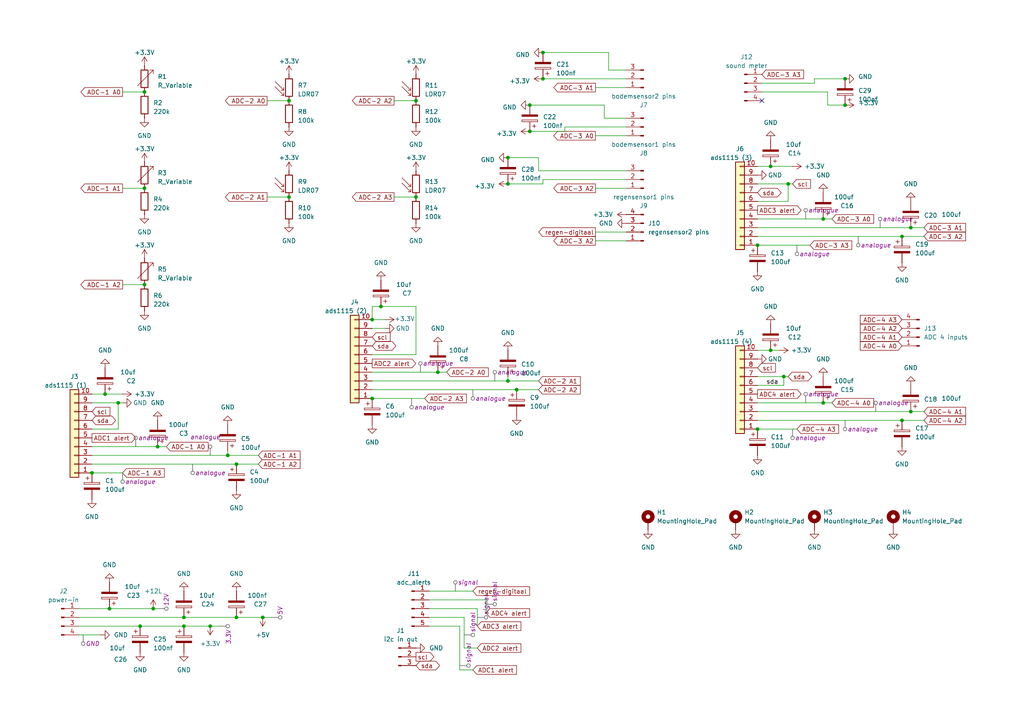
<source format=kicad_sch>
(kicad_sch (version 20231120) (generator "eeschema") (generator_version "8.0")
  (paper "A4")
  (junction (at 264.16 119.38))
  (junction (at 53.34 181.61))
  (junction (at 66.04 132.08))
  (junction (at 149.86 113.03))
  (junction (at 261.62 68.58))
  (junction (at 110.49 88.9))
  (junction (at 264.16 66.04))
  (junction (at 68.58 134.62))
  (junction (at 127 107.95))
  (junction (at 261.62 121.92))
  (junction (at 228.6 53.34))
  (junction (at 68.58 179.07))
  (junction (at 238.76 63.5))
  (junction (at 30.48 114.3))
  (junction (at 53.34 179.07))
  (junction (at 120.65 29.21))
  (junction (at 223.52 48.26))
  (junction (at 45.72 129.54))
  (junction (at 147.32 53.34))
  (junction (at 120.65 57.15))
  (junction (at 34.29 116.84))
  (junction (at 245.11 22.86))
  (junction (at 60.96 181.61))
  (junction (at 147.32 45.72))
  (junction (at 157.48 15.24))
  (junction (at 41.91 26.67))
  (junction (at 153.67 38.1))
  (junction (at 238.76 116.84))
  (junction (at 76.2 179.07))
  (junction (at 223.52 101.6))
  (junction (at 44.45 176.53))
  (junction (at 41.91 82.55))
  (junction (at 219.71 124.46))
  (junction (at 41.91 54.61))
  (junction (at 83.82 29.21))
  (junction (at 245.11 30.48))
  (junction (at 40.64 181.61))
  (junction (at 107.95 115.57))
  (junction (at 153.67 30.48))
  (junction (at 107.95 92.71))
  (junction (at 219.71 71.12))
  (junction (at 227.33 109.22))
  (junction (at 147.32 110.49))
  (junction (at 157.48 22.86))
  (junction (at 26.67 137.16))
  (junction (at 31.75 176.53))
  (junction (at 83.82 57.15))
  (no_connect (at 220.98 29.21))
  (wire (pts (xy 53.34 181.61) (xy 40.64 181.61)))
  (wire (pts (xy 219.71 116.84) (xy 238.76 116.84)))
  (wire (pts (xy 114.3 29.21) (xy 120.65 29.21)))
  (wire (pts (xy 29.21 184.15) (xy 22.86 184.15)))
  (wire (pts (xy 107.95 107.95) (xy 127 107.95)))
  (wire (pts (xy 133.35 194.31) (xy 133.35 181.61)))
  (wire (pts (xy 156.21 113.03) (xy 149.86 113.03)))
  (wire (pts (xy 219.71 58.42) (xy 228.6 58.42)))
  (wire (pts (xy 114.3 57.15) (xy 120.65 57.15)))
  (wire (pts (xy 228.6 53.34) (xy 219.71 53.34)))
  (wire (pts (xy 66.04 132.08) (xy 74.93 132.08)))
  (wire (pts (xy 176.53 20.32) (xy 181.61 20.32)))
  (wire (pts (xy 138.43 176.53) (xy 124.46 176.53)))
  (wire (pts (xy 31.75 176.53) (xy 22.86 176.53)))
  (wire (pts (xy 153.67 30.48) (xy 175.26 30.48)))
  (wire (pts (xy 157.48 22.86) (xy 181.61 22.86)))
  (wire (pts (xy 267.97 66.04) (xy 264.16 66.04)))
  (wire (pts (xy 172.72 69.85) (xy 181.61 69.85)))
  (wire (pts (xy 223.52 48.26) (xy 219.71 48.26)))
  (wire (pts (xy 77.47 57.15) (xy 83.82 57.15)))
  (wire (pts (xy 163.83 36.83) (xy 181.61 36.83)))
  (wire (pts (xy 134.62 187.96) (xy 134.62 179.07)))
  (wire (pts (xy 175.26 30.48) (xy 175.26 34.29)))
  (wire (pts (xy 147.32 45.72) (xy 156.21 45.72)))
  (wire (pts (xy 34.29 124.46) (xy 26.67 124.46)))
  (wire (pts (xy 140.97 177.8) (xy 140.97 173.99)))
  (wire (pts (xy 74.93 134.62) (xy 68.58 134.62)))
  (wire (pts (xy 175.26 34.29) (xy 181.61 34.29)))
  (wire (pts (xy 236.22 24.13) (xy 220.98 24.13)))
  (wire (pts (xy 238.76 63.5) (xy 241.3 63.5)))
  (wire (pts (xy 157.48 53.34) (xy 157.48 52.07)))
  (wire (pts (xy 137.16 171.45) (xy 124.46 171.45)))
  (wire (pts (xy 227.33 109.22) (xy 219.71 109.22)))
  (wire (pts (xy 149.86 113.03) (xy 107.95 113.03)))
  (wire (pts (xy 127 107.95) (xy 129.54 107.95)))
  (wire (pts (xy 107.95 88.9) (xy 107.95 92.71)))
  (wire (pts (xy 26.67 129.54) (xy 45.72 129.54)))
  (wire (pts (xy 264.16 66.04) (xy 219.71 66.04)))
  (wire (pts (xy 123.19 115.57) (xy 107.95 115.57)))
  (wire (pts (xy 111.76 95.25) (xy 107.95 95.25)))
  (wire (pts (xy 153.67 38.1) (xy 163.83 38.1)))
  (wire (pts (xy 120.65 102.87) (xy 120.65 88.9)))
  (wire (pts (xy 31.75 176.53) (xy 44.45 176.53)))
  (wire (pts (xy 138.43 187.96) (xy 134.62 187.96)))
  (wire (pts (xy 133.35 181.61) (xy 124.46 181.61)))
  (wire (pts (xy 137.16 194.31) (xy 133.35 194.31)))
  (wire (pts (xy 264.16 119.38) (xy 219.71 119.38)))
  (wire (pts (xy 77.47 29.21) (xy 83.82 29.21)))
  (wire (pts (xy 223.52 101.6) (xy 219.71 101.6)))
  (wire (pts (xy 267.97 121.92) (xy 261.62 121.92)))
  (wire (pts (xy 156.21 45.72) (xy 156.21 49.53)))
  (wire (pts (xy 134.62 179.07) (xy 124.46 179.07)))
  (wire (pts (xy 35.56 82.55) (xy 41.91 82.55)))
  (wire (pts (xy 45.72 129.54) (xy 48.26 129.54)))
  (wire (pts (xy 35.56 54.61) (xy 41.91 54.61)))
  (wire (pts (xy 227.33 111.76) (xy 227.33 109.22)))
  (wire (pts (xy 226.06 101.6) (xy 223.52 101.6)))
  (wire (pts (xy 68.58 179.07) (xy 53.34 179.07)))
  (wire (pts (xy 238.76 116.84) (xy 241.3 116.84)))
  (wire (pts (xy 245.11 22.86) (xy 236.22 22.86)))
  (wire (pts (xy 110.49 88.9) (xy 107.95 88.9)))
  (wire (pts (xy 261.62 121.92) (xy 219.71 121.92)))
  (wire (pts (xy 228.6 109.22) (xy 227.33 109.22)))
  (wire (pts (xy 34.29 116.84) (xy 26.67 116.84)))
  (wire (pts (xy 261.62 68.58) (xy 219.71 68.58)))
  (wire (pts (xy 140.97 173.99) (xy 124.46 173.99)))
  (wire (pts (xy 157.48 15.24) (xy 176.53 15.24)))
  (wire (pts (xy 267.97 68.58) (xy 261.62 68.58)))
  (wire (pts (xy 34.29 116.84) (xy 34.29 124.46)))
  (wire (pts (xy 76.2 179.07) (xy 78.74 179.07)))
  (wire (pts (xy 172.72 39.37) (xy 181.61 39.37)))
  (wire (pts (xy 172.72 54.61) (xy 181.61 54.61)))
  (wire (pts (xy 229.87 53.34) (xy 228.6 53.34)))
  (wire (pts (xy 219.71 63.5) (xy 238.76 63.5)))
  (wire (pts (xy 147.32 110.49) (xy 107.95 110.49)))
  (wire (pts (xy 240.03 30.48) (xy 245.11 30.48)))
  (wire (pts (xy 163.83 38.1) (xy 163.83 36.83)))
  (wire (pts (xy 229.87 48.26) (xy 223.52 48.26)))
  (wire (pts (xy 176.53 15.24) (xy 176.53 20.32)))
  (wire (pts (xy 157.48 52.07) (xy 181.61 52.07)))
  (wire (pts (xy 40.64 181.61) (xy 22.86 181.61)))
  (wire (pts (xy 220.98 26.67) (xy 240.03 26.67)))
  (wire (pts (xy 147.32 53.34) (xy 157.48 53.34)))
  (wire (pts (xy 138.43 181.61) (xy 138.43 176.53)))
  (wire (pts (xy 107.95 102.87) (xy 120.65 102.87)))
  (wire (pts (xy 66.04 130.81) (xy 66.04 132.08)))
  (wire (pts (xy 120.65 88.9) (xy 110.49 88.9)))
  (wire (pts (xy 35.56 26.67) (xy 41.91 26.67)))
  (wire (pts (xy 172.72 25.4) (xy 181.61 25.4)))
  (wire (pts (xy 53.34 179.07) (xy 22.86 179.07)))
  (wire (pts (xy 231.14 124.46) (xy 219.71 124.46)))
  (wire (pts (xy 44.45 176.53) (xy 45.72 176.53)))
  (wire (pts (xy 68.58 134.62) (xy 26.67 134.62)))
  (wire (pts (xy 35.56 137.16) (xy 26.67 137.16)))
  (wire (pts (xy 111.76 92.71) (xy 107.95 92.71)))
  (wire (pts (xy 35.56 114.3) (xy 30.48 114.3)))
  (wire (pts (xy 219.71 111.76) (xy 227.33 111.76)))
  (wire (pts (xy 26.67 132.08) (xy 66.04 132.08)))
  (wire (pts (xy 60.96 181.61) (xy 63.5 181.61)))
  (wire (pts (xy 53.34 181.61) (xy 60.96 181.61)))
  (wire (pts (xy 147.32 109.22) (xy 147.32 110.49)))
  (wire (pts (xy 30.48 114.3) (xy 26.67 114.3)))
  (wire (pts (xy 228.6 58.42) (xy 228.6 53.34)))
  (wire (pts (xy 240.03 26.67) (xy 240.03 30.48)))
  (wire (pts (xy 35.56 116.84) (xy 34.29 116.84)))
  (wire (pts (xy 156.21 49.53) (xy 181.61 49.53)))
  (wire (pts (xy 147.32 110.49) (xy 156.21 110.49)))
  (wire (pts (xy 172.72 67.31) (xy 181.61 67.31)))
  (wire (pts (xy 267.97 119.38) (xy 264.16 119.38)))
  (wire (pts (xy 68.58 179.07) (xy 76.2 179.07)))
  (wire (pts (xy 236.22 22.86) (xy 236.22 24.13)))
  (wire (pts (xy 234.95 71.12) (xy 219.71 71.12)))
  (label "sda" (at 222.25 111.76 0))
  (global_label "ADC-1 A3" (shape input) (at 35.56 137.16 0) (property "Intersheetrefs" "${INTERSHEET_REFS}" (effects (hide yes))))
  (global_label "scl" (shape input) (at 26.67 119.38 0) (property "Intersheetrefs" "${INTERSHEET_REFS}" (effects (hide yes))))
  (global_label "ADC-4 A2" (shape input) (at 261.62 95.25 180) (property "Intersheetrefs" "${INTERSHEET_REFS}" (effects (hide yes))))
  (global_label "ADC-3 A3" (shape input) (at 234.95 71.12 0) (property "Intersheetrefs" "${INTERSHEET_REFS}" (effects (hide yes))))
  (global_label "scl" (shape input) (at 229.87 53.34 0) (property "Intersheetrefs" "${INTERSHEET_REFS}" (effects (hide yes))))
  (global_label "scl" (shape input) (at 107.95 97.79 0) (property "Intersheetrefs" "${INTERSHEET_REFS}" (effects (hide yes))))
  (global_label "ADC2 alert" (shape input) (at 138.43 187.96 0) (property "Intersheetrefs" "${INTERSHEET_REFS}" (effects (hide yes))))
  (global_label "regen-digitaal" (shape input) (at 137.16 171.45 0) (property "Intersheetrefs" "${INTERSHEET_REFS}" (effects (hide yes))))
  (global_label "ADC-1 A1" (shape output) (at 35.56 54.61 180) (property "Intersheetrefs" "${INTERSHEET_REFS}" (effects (hide yes))))
  (global_label "ADC-2 A0" (shape output) (at 77.47 29.21 180) (property "Intersheetrefs" "${INTERSHEET_REFS}" (effects (hide yes))))
  (global_label "ADC-4 A2" (shape input) (at 267.97 121.92 0) (property "Intersheetrefs" "${INTERSHEET_REFS}" (effects (hide yes))))
  (global_label "ADC-4 A0" (shape input) (at 241.3 116.84 0) (property "Intersheetrefs" "${INTERSHEET_REFS}" (effects (hide yes))))
  (global_label "ADC-1 A0" (shape output) (at 35.56 26.67 180) (property "Intersheetrefs" "${INTERSHEET_REFS}" (effects (hide yes))))
  (global_label "ADC-1 A1" (shape input) (at 74.93 132.08 0) (property "Intersheetrefs" "${INTERSHEET_REFS}" (effects (hide yes))))
  (global_label "ADC-4 A1" (shape input) (at 261.62 97.79 180) (property "Intersheetrefs" "${INTERSHEET_REFS}" (effects (hide yes))))
  (global_label "ADC-2 A1" (shape input) (at 156.21 110.49 0) (property "Intersheetrefs" "${INTERSHEET_REFS}" (effects (hide yes))))
  (global_label "ADC1 alert" (shape input) (at 137.16 194.31 0) (property "Intersheetrefs" "${INTERSHEET_REFS}" (effects (hide yes))))
  (global_label "ADC-2 A3" (shape output) (at 114.3 57.15 180) (property "Intersheetrefs" "${INTERSHEET_REFS}" (effects (hide yes))))
  (global_label "sda" (shape bidirectional) (at 120.65 193.04 0) (property "Intersheetrefs" "${INTERSHEET_REFS}" (effects (hide yes))))
  (global_label "ADC4 alert" (shape input) (at 140.97 177.8 0) (property "Intersheetrefs" "${INTERSHEET_REFS}" (effects (hide yes))))
  (global_label "ADC-3 A0" (shape input) (at 241.3 63.5 0) (property "Intersheetrefs" "${INTERSHEET_REFS}" (effects (hide yes))))
  (global_label "ADC-3 A0" (shape output) (at 172.72 39.37 180) (property "Intersheetrefs" "${INTERSHEET_REFS}" (effects (hide yes))))
  (global_label "ADC-4 A3" (shape input) (at 261.62 92.71 180) (property "Intersheetrefs" "${INTERSHEET_REFS}" (effects (hide yes))))
  (global_label "ADC-3 A2" (shape input) (at 267.97 68.58 0) (property "Intersheetrefs" "${INTERSHEET_REFS}" (effects (hide yes))))
  (global_label "ADC1 alert" (shape output) (at 26.67 127 0) (property "Intersheetrefs" "${INTERSHEET_REFS}" (effects (hide yes))))
  (global_label "scl" (shape output) (at 120.65 190.5 0) (property "Intersheetrefs" "${INTERSHEET_REFS}" (effects (hide yes))))
  (global_label "regen-digitaal" (shape output) (at 172.72 67.31 180) (property "Intersheetrefs" "${INTERSHEET_REFS}" (effects (hide yes))))
  (global_label "ADC-3 A2" (shape output) (at 172.72 54.61 180) (property "Intersheetrefs" "${INTERSHEET_REFS}" (effects (hide yes))))
  (global_label "sda" (shape bidirectional) (at 26.67 121.92 0) (property "Intersheetrefs" "${INTERSHEET_REFS}" (effects (hide yes))))
  (global_label "ADC2 alert" (shape output) (at 107.95 105.41 0) (property "Intersheetrefs" "${INTERSHEET_REFS}" (effects (hide yes))))
  (global_label "ADC3 alert" (shape output) (at 219.71 60.96 0) (property "Intersheetrefs" "${INTERSHEET_REFS}" (effects (hide yes))))
  (global_label "ADC4 alert" (shape output) (at 219.71 114.3 0) (property "Intersheetrefs" "${INTERSHEET_REFS}" (effects (hide yes))))
  (global_label "ADC3 alert" (shape input) (at 138.43 181.61 0) (property "Intersheetrefs" "${INTERSHEET_REFS}" (effects (hide yes))))
  (global_label "ADC-1 A2" (shape output) (at 35.56 82.55 180) (property "Intersheetrefs" "${INTERSHEET_REFS}" (effects (hide yes))))
  (global_label "ADC-2 A3" (shape input) (at 123.19 115.57 0) (property "Intersheetrefs" "${INTERSHEET_REFS}" (effects (hide yes))))
  (global_label "scl" (shape input) (at 219.71 106.68 0) (property "Intersheetrefs" "${INTERSHEET_REFS}" (effects (hide yes))))
  (global_label "ADC-3 A3" (shape input) (at 220.98 21.59 0) (property "Intersheetrefs" "${INTERSHEET_REFS}" (effects (hide yes))))
  (global_label "ADC-2 A2" (shape output) (at 114.3 29.21 180) (property "Intersheetrefs" "${INTERSHEET_REFS}" (effects (hide yes))))
  (global_label "sda" (shape bidirectional) (at 228.6 109.22 0) (property "Intersheetrefs" "${INTERSHEET_REFS}" (effects (hide yes))))
  (global_label "ADC-1 A0" (shape input) (at 48.26 129.54 0) (property "Intersheetrefs" "${INTERSHEET_REFS}" (effects (hide yes))))
  (global_label "ADC-3 A1" (shape input) (at 267.97 66.04 0) (property "Intersheetrefs" "${INTERSHEET_REFS}" (effects (hide yes))))
  (global_label "ADC-4 A3" (shape input) (at 231.14 124.46 0) (property "Intersheetrefs" "${INTERSHEET_REFS}" (effects (hide yes))))
  (global_label "ADC-3 A2" (shape output) (at 172.72 69.85 180) (property "Intersheetrefs" "${INTERSHEET_REFS}" (effects (hide yes))))
  (global_label "ADC-3 A1" (shape output) (at 172.72 25.4 180) (property "Intersheetrefs" "${INTERSHEET_REFS}" (effects (hide yes))))
  (global_label "ADC-1 A2" (shape input) (at 74.93 134.62 0) (property "Intersheetrefs" "${INTERSHEET_REFS}" (effects (hide yes))))
  (global_label "ADC-4 A0" (shape input) (at 261.62 100.33 180) (property "Intersheetrefs" "${INTERSHEET_REFS}" (effects (hide yes))))
  (global_label "ADC-2 A0" (shape input) (at 129.54 107.95 0) (property "Intersheetrefs" "${INTERSHEET_REFS}" (effects (hide yes))))
  (global_label "ADC-2 A2" (shape input) (at 156.21 113.03 0) (property "Intersheetrefs" "${INTERSHEET_REFS}" (effects (hide yes))))
  (global_label "ADC-4 A1" (shape input) (at 267.97 119.38 0) (property "Intersheetrefs" "${INTERSHEET_REFS}" (effects (hide yes))))
  (global_label "sda" (shape bidirectional) (at 107.95 100.33 0) (property "Intersheetrefs" "${INTERSHEET_REFS}" (effects (hide yes))))
  (global_label "ADC-2 A1" (shape output) (at 77.47 57.15 180) (property "Intersheetrefs" "${INTERSHEET_REFS}" (effects (hide yes))))
  (global_label "sda" (shape bidirectional) (at 219.71 55.88 0) (property "Intersheetrefs" "${INTERSHEET_REFS}" (effects (hide yes))))
  (netclass_flag "" (length 2.54) (shape round) (at 255.27 66.04 0) (property "Netclass" "analogue" (at 255.9685 63.5 0) (effects (font (italic yes)) (justify left))))
  (netclass_flag "" (length 2.54) (shape round) (at 133.35 193.04 270) (property "Netclass" "signal" (at 135.89 192.3415 90) (effects (font (italic yes)) (justify left))))
  (netclass_flag "" (length 2.54) (shape round) (at 233.68 63.5 0) (property "Netclass" "analogue" (at 234.3785 60.96 0) (effects (font (italic yes)) (justify left))))
  (netclass_flag "" (length 2.54) (shape round) (at 233.68 116.84 0) (property "Netclass" "analogue" (at 234.3785 114.3 0) (effects (font (italic yes)) (justify left))))
  (netclass_flag "" (length 2.54) (shape round) (at 140.97 175.26 270) (property "Netclass" "signal" (at 143.51 174.5615 90) (effects (font (italic yes)) (justify left))))
  (netclass_flag "" (length 2.54) (shape round) (at 143.51 110.49 0) (property "Netclass" "analogue" (at 144.2085 107.95 0) (effects (font (italic yes)) (justify left))))
  (netclass_flag "" (length 2.54) (shape round) (at 78.74 179.07 270) (property "Netclass" "5V" (at 81.28 178.3715 90) (effects (font (italic yes)) (justify left))))
  (netclass_flag "" (length 2.54) (shape round) (at 60.96 132.08 0) (property "Netclass" "analogue" (at 55.118 126.746 0) (effects (font (italic yes)) (justify left))))
  (netclass_flag "" (length 2.54) (shape round) (at 137.16 113.03 180) (property "Netclass" "analogue" (at 137.8585 115.57 0) (effects (font (italic yes)) (justify left))))
  (netclass_flag "" (length 2.54) (shape round) (at 248.92 68.58 180) (property "Netclass" "analogue" (at 249.6185 71.12 0) (effects (font (italic yes)) (justify left))))
  (netclass_flag "" (length 2.54) (shape round) (at 39.37 129.54 0) (property "Netclass" "analogue" (at 40.0685 127 0) (effects (font (italic yes)) (justify left))))
  (netclass_flag "" (length 2.54) (shape round) (at 132.08 171.45 0) (property "Netclass" "signal" (at 132.7785 168.91 0) (effects (font (italic yes)) (justify left))))
  (netclass_flag "" (length 2.54) (shape round) (at 229.87 124.46 180) (property "Netclass" "analogue" (at 230.5685 127 0) (effects (font (italic yes)) (justify left))))
  (netclass_flag "" (length 2.54) (shape round) (at 24.13 184.15 180) (property "Netclass" "GND" (at 24.8285 186.69 0) (effects (font (italic yes)) (justify left))))
  (netclass_flag "" (length 2.54) (shape round) (at 121.92 107.95 0) (property "Netclass" "analogue" (at 122.6185 105.41 0) (effects (font (italic yes)) (justify left))))
  (netclass_flag "" (length 2.54) (shape round) (at 138.43 179.07 270) (property "Netclass" "signal" (at 140.97 178.3715 90) (effects (font (italic yes)) (justify left))))
  (netclass_flag "" (length 2.54) (shape round) (at 231.14 71.12 180) (property "Netclass" "analogue" (at 231.8385 73.66 0) (effects (font (italic yes)) (justify left))))
  (netclass_flag "" (length 2.54) (shape round) (at 119.38 115.57 180) (property "Netclass" "analogue" (at 120.0785 118.11 0) (effects (font (italic yes)) (justify left))))
  (netclass_flag "" (length 2.54) (shape round) (at 134.62 184.15 270) (property "Netclass" "signal" (at 137.16 183.4515 90) (effects (font (italic yes)) (justify left))))
  (netclass_flag "" (length 2.54) (shape round) (at 55.88 134.62 180) (property "Netclass" "analogue" (at 56.5785 137.16 0) (effects (font (italic yes)) (justify left))))
  (netclass_flag "" (length 2.54) (shape round) (at 63.5 181.61 270) (property "Netclass" "3.3V" (at 66.294 186.944 90) (effects (font (italic yes)) (justify left))))
  (netclass_flag "" (length 2.54) (shape round) (at 45.72 176.53 270) (property "Netclass" "12V" (at 48.26 175.8315 90) (effects (font (italic yes)) (justify left))))
  (netclass_flag "" (length 2.54) (shape round) (at 35.56 137.16 180) (property "Netclass" "analogue" (at 36.2585 139.7 0) (effects (font (italic yes)) (justify left))))
  (netclass_flag "" (length 2.54) (shape round) (at 245.11 121.92 180) (property "Netclass" "analogue" (at 245.8085 124.46 0) (effects (font (italic yes)) (justify left))))
  (netclass_flag "" (length 2.54) (shape round) (at 254 119.38 0) (property "Netclass" "analogue" (at 254.6985 116.84 0) (effects (font (italic yes)) (justify left))))
  (symbol (lib_id "power:GND") (at 219.71 104.14 90) (unit 1)
    (property "Reference" "#PWR032" (effects (hide yes)))
    (property "Value" "GND" (at 224.79 104.14 90))
    (property "Description" "Power symbol creates a global label with name \"GND\" , ground" (effects (hide yes)))
  )
  (symbol (lib_id "Connector:Conn_01x04_Pin") (at 186.69 67.31 180) (unit 1)
    (property "Reference" "J10" (at 187.96 64.7699 0) (effects (justify right)))
    (property "Value" "regensensor2 pins" (at 187.96 67.3099 0) (effects (justify right)))
    (property "Footprint" "Connector_PinHeader_2.54mm:PinHeader_1x04_P2.54mm_Vertical" (effects (hide yes)))
    (property "Description" "Generic connector, single row, 01x04, script generated" (effects (hide yes)))
  )
  (symbol (lib_id "Device:C_Polarized") (at 110.49 85.09 180) (unit 1)
    (property "Reference" "C7" (at 119.38 85.09 0) (effects (justify left)))
    (property "Value" "10uf" (at 119.38 82.55 0) (effects (justify left)))
    (property "Footprint" "Capacitor_SMD:C_1206_3216Metric_Pad1.33x1.80mm_HandSolder" (effects (hide yes)))
    (property "Description" "Polarized capacitor" (effects (hide yes)))
  )
  (symbol (lib_id "power:+3.3V") (at 120.65 49.53 0) (unit 1)
    (property "Reference" "#PWR028" (effects (hide yes)))
    (property "Value" "+3.3V" (at 120.65 45.72 0))
    (property "Description" "Power symbol creates a global label with name \"+3.3V\"" (effects (hide yes)))
  )
  (symbol (lib_id "power:GND") (at 147.32 101.6 180) (unit 1)
    (property "Reference" "#PWR031" (effects (hide yes)))
    (property "Value" "GND" (at 147.32 96.52 0))
    (property "Description" "Power symbol creates a global label with name \"GND\" , ground" (effects (hide yes)))
  )
  (symbol (lib_id "power:GND") (at 147.32 45.72 270) (unit 1)
    (property "Reference" "#PWR061" (effects (hide yes)))
    (property "Value" "GND" (at 143.51 46.355 90) (effects (justify right)))
    (property "Description" "Power symbol creates a global label with name \"GND\" , ground" (effects (hide yes)))
  )
  (symbol (lib_id "Connector:Conn_01x03_Pin") (at 186.69 52.07 180) (unit 1)
    (property "Reference" "J9" (at 186.69 59.69 0))
    (property "Value" "regensensor1 pins" (at 186.69 57.15 0))
    (property "Footprint" "Connector_PinHeader_2.54mm:PinHeader_1x03_P2.54mm_Vertical" (effects (hide yes)))
    (property "Description" "Generic connector, single row, 01x03, script generated" (effects (hide yes)))
  )
  (symbol (lib_id "power:+3.3V") (at 41.91 46.99 0) (unit 1)
    (property "Reference" "#PWR010" (effects (hide yes)))
    (property "Value" "+3.3V" (at 41.91 43.18 0))
    (property "Description" "Power symbol creates a global label with name \"+3.3V\"" (effects (hide yes)))
  )
  (symbol (lib_id "power:GND") (at 120.65 187.96 90) (unit 1)
    (property "Reference" "#PWR047" (effects (hide yes)))
    (property "Value" "GND" (at 124.46 187.9599 90) (effects (justify right)))
    (property "Description" "Power symbol creates a global label with name \"GND\" , ground" (effects (hide yes)))
  )
  (symbol (lib_id "Connector:Conn_01x03_Pin") (at 186.69 36.83 180) (unit 1)
    (property "Reference" "J8" (at 186.69 44.45 0))
    (property "Value" "bodemsensor1 pins" (at 186.69 41.91 0))
    (property "Footprint" "Connector_PinHeader_2.54mm:PinHeader_1x03_P2.54mm_Vertical" (effects (hide yes)))
    (property "Description" "Generic connector, single row, 01x03, script generated" (effects (hide yes)))
  )
  (symbol (lib_id "Device:C_Polarized") (at 219.71 74.93 0) (unit 1)
    (property "Reference" "C13" (at 223.52 73.406 0) (effects (justify left)))
    (property "Value" "100uf" (at 223.52 75.946 0) (effects (justify left)))
    (property "Footprint" "Capacitor_SMD:C_1206_3216Metric_Pad1.33x1.80mm_HandSolder" (effects (hide yes)))
    (property "Description" "Polarized capacitor" (effects (hide yes)))
  )
  (symbol (lib_id "Device:C_Polarized") (at 68.58 138.43 0) (unit 1)
    (property "Reference" "C4" (at 72.39 136.906 0) (effects (justify left)))
    (property "Value" "100uf" (at 72.39 139.446 0) (effects (justify left)))
    (property "Footprint" "Capacitor_SMD:C_1206_3216Metric_Pad1.33x1.80mm_HandSolder" (effects (hide yes)))
    (property "Description" "Polarized capacitor" (effects (hide yes)))
  )
  (symbol (lib_id "Device:C_Polarized") (at 53.34 185.42 0) (unit 1)
    (property "Reference" "C25" (at 44.45 185.42 0) (effects (justify left)))
    (property "Value" "100nf" (at 44.45 187.96 0) (effects (justify left)))
    (property "Footprint" "Capacitor_SMD:C_1206_3216Metric_Pad1.33x1.80mm_HandSolder" (effects (hide yes)))
    (property "Description" "Polarized capacitor" (effects (hide yes)))
  )
  (symbol (lib_id "power:GND") (at 110.49 81.28 180) (unit 1)
    (property "Reference" "#PWR022" (effects (hide yes)))
    (property "Value" "GND" (at 110.49 76.2 0))
    (property "Description" "Power symbol creates a global label with name \"GND\" , ground" (effects (hide yes)))
  )
  (symbol (lib_id "Device:C_Polarized") (at 219.71 128.27 0) (unit 1)
    (property "Reference" "C11" (at 223.52 126.746 0) (effects (justify left)))
    (property "Value" "100uf" (at 223.52 129.286 0) (effects (justify left)))
    (property "Footprint" "Capacitor_SMD:C_1206_3216Metric_Pad1.33x1.80mm_HandSolder" (effects (hide yes)))
    (property "Description" "Polarized capacitor" (effects (hide yes)))
  )
  (symbol (lib_id "power:GND") (at 41.91 62.23 0) (unit 1)
    (property "Reference" "#PWR011" (effects (hide yes)))
    (property "Value" "GND" (at 41.91 67.31 0))
    (property "Description" "Power symbol creates a global label with name \"GND\" , ground" (effects (hide yes)))
  )
  (symbol (lib_id "power:GND") (at 53.34 171.45 180) (unit 1)
    (property "Reference" "#PWR056" (effects (hide yes)))
    (property "Value" "GND" (at 53.34 166.37 0))
    (property "Description" "Power symbol creates a global label with name \"GND\" , ground" (effects (hide yes)))
  )
  (symbol (lib_id "Connector:Conn_01x03_Pin") (at 186.69 22.86 180) (unit 1)
    (property "Reference" "J7" (at 186.69 30.48 0))
    (property "Value" "bodemsensor2 pins" (at 186.69 27.94 0))
    (property "Footprint" "Connector_PinHeader_2.54mm:PinHeader_1x03_P2.54mm_Vertical" (effects (hide yes)))
    (property "Description" "Generic connector, single row, 01x03, script generated" (effects (hide yes)))
  )
  (symbol (lib_id "Device:R") (at 41.91 86.36 0) (unit 1)
    (property "Reference" "R6" (at 44.45 85.725 0) (effects (justify left)))
    (property "Value" "220k" (at 44.45 88.265 0) (effects (justify left)))
    (property "Footprint" "Resistor_THT:R_Axial_DIN0204_L3.6mm_D1.6mm_P7.62mm_Horizontal" (effects (hide yes)))
    (property "Description" "Resistor" (effects (hide yes)))
  )
  (symbol (lib_id "Device:R") (at 83.82 60.96 0) (unit 1)
    (property "Reference" "R10" (at 86.36 60.325 0) (effects (justify left)))
    (property "Value" "100k" (at 86.36 62.865 0) (effects (justify left)))
    (property "Footprint" "Resistor_THT:R_Axial_DIN0204_L3.6mm_D1.6mm_P7.62mm_Horizontal" (effects (hide yes)))
    (property "Description" "Resistor" (effects (hide yes)))
  )
  (symbol (lib_id "Device:C_Polarized") (at 261.62 72.39 0) (unit 1)
    (property "Reference" "C19" (at 265.43 70.866 0) (effects (justify left)))
    (property "Value" "100uf" (at 265.43 73.406 0) (effects (justify left)))
    (property "Footprint" "Capacitor_SMD:C_1206_3216Metric_Pad1.33x1.80mm_HandSolder" (effects (hide yes)))
    (property "Description" "Polarized capacitor" (effects (hide yes)))
  )
  (symbol (lib_id "power:GND") (at 68.58 171.45 180) (unit 1)
    (property "Reference" "#PWR057" (effects (hide yes)))
    (property "Value" "GND" (at 68.58 166.37 0))
    (property "Description" "Power symbol creates a global label with name \"GND\" , ground" (effects (hide yes)))
  )
  (symbol (lib_id "Device:R") (at 120.65 60.96 0) (unit 1)
    (property "Reference" "R14" (at 123.19 60.325 0) (effects (justify left)))
    (property "Value" "100k" (at 123.19 62.865 0) (effects (justify left)))
    (property "Footprint" "Resistor_THT:R_Axial_DIN0204_L3.6mm_D1.6mm_P7.62mm_Horizontal" (effects (hide yes)))
    (property "Description" "Resistor" (effects (hide yes)))
  )
  (symbol (lib_id "power:GND") (at 259.08 153.67 0) (unit 1)
    (property "Reference" "#PWR065" (effects (hide yes)))
    (property "Value" "GND" (at 259.08 158.75 0))
    (property "Description" "Power symbol creates a global label with name \"GND\" , ground" (effects (hide yes)))
  )
  (symbol (lib_id "Connector:Conn_01x04_Pin") (at 266.7 97.79 180) (unit 1)
    (property "Reference" "J13" (at 267.97 95.2499 0) (effects (justify right)))
    (property "Value" "ADC 4 inputs" (at 267.97 97.7899 0) (effects (justify right)))
    (property "Footprint" "Connector_PinHeader_2.54mm:PinHeader_1x04_P2.54mm_Vertical" (effects (hide yes)))
    (property "Description" "Generic connector, single row, 01x04, script generated" (effects (hide yes)))
  )
  (symbol (lib_id "power:GND") (at 120.65 64.77 0) (unit 1)
    (property "Reference" "#PWR029" (effects (hide yes)))
    (property "Value" "GND" (at 120.65 69.85 0))
    (property "Description" "Power symbol creates a global label with name \"GND\" , ground" (effects (hide yes)))
  )
  (symbol (lib_id "Device:C_Polarized") (at 107.95 119.38 0) (unit 1)
    (property "Reference" "C6" (at 111.76 117.856 0) (effects (justify left)))
    (property "Value" "100uf" (at 111.76 120.396 0) (effects (justify left)))
    (property "Footprint" "Capacitor_SMD:C_1206_3216Metric_Pad1.33x1.80mm_HandSolder" (effects (hide yes)))
    (property "Description" "Polarized capacitor" (effects (hide yes)))
  )
  (symbol (lib_id "Sensor_Optical:LDR07") (at 120.65 53.34 0) (unit 1)
    (property "Reference" "R13" (at 123.19 52.705 0) (effects (justify left)))
    (property "Value" "LDR07" (at 123.19 55.245 0) (effects (justify left)))
    (property "Footprint" "Connector_PinHeader_2.54mm:PinHeader_1x02_P2.54mm_Vertical" (effects (hide yes)))
    (property "Datasheet" "http://www.tme.eu/de/Document/f2e3ad76a925811312d226c31da4cd7e/LDR07.pdf" (effects (hide yes)))
    (property "Description" "light dependent resistor" (effects (hide yes)))
  )
  (symbol (lib_id "Sensor_Optical:LDR07") (at 120.65 25.4 0) (unit 1)
    (property "Reference" "R11" (at 123.19 24.765 0) (effects (justify left)))
    (property "Value" "LDR07" (at 123.19 27.305 0) (effects (justify left)))
    (property "Footprint" "Connector_PinHeader_2.54mm:PinHeader_1x02_P2.54mm_Vertical" (effects (hide yes)))
    (property "Datasheet" "http://www.tme.eu/de/Document/f2e3ad76a925811312d226c31da4cd7e/LDR07.pdf" (effects (hide yes)))
    (property "Description" "light dependent resistor" (effects (hide yes)))
  )
  (symbol (lib_id "Device:C_Polarized") (at 30.48 110.49 180) (unit 1)
    (property "Reference" "C2" (at 39.37 110.49 0) (effects (justify left)))
    (property "Value" "10uf" (at 39.37 107.95 0) (effects (justify left)))
    (property "Footprint" "Capacitor_SMD:C_1206_3216Metric_Pad1.33x1.80mm_HandSolder" (effects (hide yes)))
    (property "Description" "Polarized capacitor" (effects (hide yes)))
  )
  (symbol (lib_id "Device:C_Polarized") (at 153.67 34.29 180) (unit 1)
    (property "Reference" "C22" (at 157.48 33.9089 0) (effects (justify right)))
    (property "Value" "100nf" (at 157.48 36.4489 0) (effects (justify right)))
    (property "Footprint" "Capacitor_SMD:C_1206_3216Metric_Pad1.33x1.80mm_HandSolder" (effects (hide yes)))
    (property "Description" "Polarized capacitor" (effects (hide yes)))
  )
  (symbol (lib_id "Sensor_Optical:LDR07") (at 83.82 53.34 0) (unit 1)
    (property "Reference" "R9" (at 86.36 52.705 0) (effects (justify left)))
    (property "Value" "LDR07" (at 86.36 55.245 0) (effects (justify left)))
    (property "Footprint" "Connector_PinHeader_2.54mm:PinHeader_1x02_P2.54mm_Vertical" (effects (hide yes)))
    (property "Datasheet" "http://www.tme.eu/de/Document/f2e3ad76a925811312d226c31da4cd7e/LDR07.pdf" (effects (hide yes)))
    (property "Description" "light dependent resistor" (effects (hide yes)))
  )
  (symbol (lib_id "power:GND") (at 223.52 40.64 180) (unit 1)
    (property "Reference" "#PWR038" (effects (hide yes)))
    (property "Value" "GND" (at 223.52 35.56 0))
    (property "Description" "Power symbol creates a global label with name \"GND\" , ground" (effects (hide yes)))
  )
  (symbol (lib_id "power:+3.3V") (at 181.61 62.23 90) (unit 1)
    (property "Reference" "#PWR063" (effects (hide yes)))
    (property "Value" "+3.3V" (at 177.8 62.2299 90) (effects (justify left)))
    (property "Description" "Power symbol creates a global label with name \"+3.3V\"" (effects (hide yes)))
  )
  (symbol (lib_id "power:+3.3V") (at 111.76 92.71 270) (unit 1)
    (property "Reference" "#PWR023" (effects (hide yes)))
    (property "Value" "+3.3V" (at 117.348 92.456 90))
    (property "Description" "Power symbol creates a global label with name \"+3.3V\"" (effects (hide yes)))
  )
  (symbol (lib_id "power:+3.3V") (at 83.82 21.59 0) (unit 1)
    (property "Reference" "#PWR017" (effects (hide yes)))
    (property "Value" "+3.3V" (at 83.82 17.78 0))
    (property "Description" "Power symbol creates a global label with name \"+3.3V\"" (effects (hide yes)))
  )
  (symbol (lib_id "power:GND") (at 219.71 50.8 90) (unit 1)
    (property "Reference" "#PWR035" (effects (hide yes)))
    (property "Value" "GND" (at 224.79 50.8 90))
    (property "Description" "Power symbol creates a global label with name \"GND\" , ground" (effects (hide yes)))
  )
  (symbol (lib_id "Device:R") (at 41.91 30.48 0) (unit 1)
    (property "Reference" "R2" (at 44.45 29.845 0) (effects (justify left)))
    (property "Value" "220k" (at 44.45 32.385 0) (effects (justify left)))
    (property "Footprint" "Resistor_THT:R_Axial_DIN0204_L3.6mm_D1.6mm_P7.62mm_Horizontal" (effects (hide yes)))
    (property "Description" "Resistor" (effects (hide yes)))
  )
  (symbol (lib_id "Device:C_Polarized") (at 223.52 97.79 180) (unit 1)
    (property "Reference" "C12" (at 232.41 97.79 0) (effects (justify left)))
    (property "Value" "10uf" (at 232.41 95.25 0) (effects (justify left)))
    (property "Footprint" "Capacitor_SMD:C_1206_3216Metric_Pad1.33x1.80mm_HandSolder" (effects (hide yes)))
    (property "Description" "Polarized capacitor" (effects (hide yes)))
  )
  (symbol (lib_id "Device:C_Polarized") (at 31.75 172.72 180) (unit 1)
    (property "Reference" "C23" (at 40.64 172.72 0) (effects (justify left)))
    (property "Value" "10uf" (at 40.64 170.18 0) (effects (justify left)))
    (property "Footprint" "Capacitor_SMD:C_1206_3216Metric_Pad1.33x1.80mm_HandSolder" (effects (hide yes)))
    (property "Description" "Polarized capacitor" (effects (hide yes)))
  )
  (symbol (lib_id "Device:C_Polarized") (at 53.34 175.26 180) (unit 1)
    (property "Reference" "C24" (at 62.23 175.26 0) (effects (justify left)))
    (property "Value" "10uf" (at 62.23 172.72 0) (effects (justify left)))
    (property "Footprint" "Capacitor_SMD:C_1206_3216Metric_Pad1.33x1.80mm_HandSolder" (effects (hide yes)))
    (property "Description" "Polarized capacitor" (effects (hide yes)))
  )
  (symbol (lib_id "Device:C_Polarized") (at 147.32 49.53 180) (unit 1)
    (property "Reference" "C28" (at 151.13 49.1489 0) (effects (justify right)))
    (property "Value" "100nf" (at 151.13 51.6889 0) (effects (justify right)))
    (property "Footprint" "Capacitor_SMD:C_1206_3216Metric_Pad1.33x1.80mm_HandSolder" (effects (hide yes)))
    (property "Description" "Polarized capacitor" (effects (hide yes)))
  )
  (symbol (lib_id "power:+3.3V") (at 60.96 181.61 180) (unit 1)
    (property "Reference" "#PWR01" (effects (hide yes)))
    (property "Value" "+3.3V" (at 60.96 186.69 0))
    (property "Description" "Power symbol creates a global label with name \"+3.3V\"" (effects (hide yes)))
  )
  (symbol (lib_id "power:GND") (at 29.21 184.15 90) (unit 1)
    (property "Reference" "#PWR03" (effects (hide yes)))
    (property "Value" "GND" (at 33.02 184.1499 90) (effects (justify right)))
    (property "Description" "Power symbol creates a global label with name \"GND\" , ground" (effects (hide yes)))
  )
  (symbol (lib_id "Device:C_Polarized") (at 223.52 44.45 180) (unit 1)
    (property "Reference" "C14" (at 232.41 44.45 0) (effects (justify left)))
    (property "Value" "10uf" (at 232.41 41.91 0) (effects (justify left)))
    (property "Footprint" "Capacitor_SMD:C_1206_3216Metric_Pad1.33x1.80mm_HandSolder" (effects (hide yes)))
    (property "Description" "Polarized capacitor" (effects (hide yes)))
  )
  (symbol (lib_id "power:GND") (at 30.48 106.68 180) (unit 1)
    (property "Reference" "#PWR05" (effects (hide yes)))
    (property "Value" "GND" (at 30.48 101.6 0))
    (property "Description" "Power symbol creates a global label with name \"GND\" , ground" (effects (hide yes)))
  )
  (symbol (lib_id "power:GND") (at 264.16 58.42 180) (unit 1)
    (property "Reference" "#PWR045" (effects (hide yes)))
    (property "Value" "GND" (at 264.16 53.34 0))
    (property "Description" "Power symbol creates a global label with name \"GND\" , ground" (effects (hide yes)))
  )
  (symbol (lib_id "Connector_Generic:Conn_01x10") (at 214.63 114.3 180) (unit 1)
    (property "Reference" "J5" (at 214.63 96.52 0))
    (property "Value" "ads1115 (4)" (at 212.09 99.06 0))
    (property "Footprint" "Connector_PinSocket_2.54mm:PinSocket_1x10_P2.54mm_Vertical" (effects (hide yes)))
    (property "Description" "Generic connector, single row, 01x10, script generated (kicad-library-utils/schlib/autogen/connector/)" (effects (hide yes)))
  )
  (symbol (lib_id "Sensor_Optical:LDR07") (at 83.82 25.4 0) (unit 1)
    (property "Reference" "R7" (at 86.36 24.765 0) (effects (justify left)))
    (property "Value" "LDR07" (at 86.36 27.305 0) (effects (justify left)))
    (property "Footprint" "Connector_PinHeader_2.54mm:PinHeader_1x02_P2.54mm_Vertical" (effects (hide yes)))
    (property "Datasheet" "http://www.tme.eu/de/Document/f2e3ad76a925811312d226c31da4cd7e/LDR07.pdf" (effects (hide yes)))
    (property "Description" "light dependent resistor" (effects (hide yes)))
  )
  (symbol (lib_id "power:+5V") (at 76.2 179.07 180) (unit 1)
    (property "Reference" "#PWR02" (effects (hide yes)))
    (property "Value" "+5V" (at 76.2 184.15 0))
    (property "Description" "Power symbol creates a global label with name \"+5V\"" (effects (hide yes)))
  )
  (symbol (lib_id "power:GND") (at 187.96 153.67 0) (unit 1)
    (property "Reference" "#PWR054" (effects (hide yes)))
    (property "Value" "GND" (at 187.96 158.75 0))
    (property "Description" "Power symbol creates a global label with name \"GND\" , ground" (effects (hide yes)))
  )
  (symbol (lib_id "power:GND") (at 35.56 116.84 90) (unit 1)
    (property "Reference" "#PWR07" (effects (hide yes)))
    (property "Value" "GND" (at 40.64 116.84 90))
    (property "Description" "Power symbol creates a global label with name \"GND\" , ground" (effects (hide yes)))
  )
  (symbol (lib_id "power:GND") (at 66.04 123.19 180) (unit 1)
    (property "Reference" "#PWR016" (effects (hide yes)))
    (property "Value" "GND" (at 66.04 118.11 0))
    (property "Description" "Power symbol creates a global label with name \"GND\" , ground" (effects (hide yes)))
  )
  (symbol (lib_id "Device:R_Variable") (at 41.91 50.8 0) (unit 1)
    (property "Reference" "R3" (at 45.72 50.165 0) (effects (justify left)))
    (property "Value" "R_Variable" (at 45.72 52.705 0) (effects (justify left)))
    (property "Footprint" "Connector_JST:JST_XH_B2B-XH-AM_1x02_P2.50mm_Vertical" (effects (hide yes)))
    (property "Description" "Variable resistor" (effects (hide yes)))
  )
  (symbol (lib_id "Device:C_Polarized") (at 238.76 113.03 180) (unit 1)
    (property "Reference" "C15" (at 247.65 113.03 0) (effects (justify left)))
    (property "Value" "100uf" (at 247.65 110.49 0) (effects (justify left)))
    (property "Footprint" "Capacitor_SMD:C_1206_3216Metric_Pad1.33x1.80mm_HandSolder" (effects (hide yes)))
    (property "Description" "Polarized capacitor" (effects (hide yes)))
  )
  (symbol (lib_id "power:+3.3V") (at 41.91 19.05 0) (unit 1)
    (property "Reference" "#PWR08" (effects (hide yes)))
    (property "Value" "+3.3V" (at 41.91 15.24 0))
    (property "Description" "Power symbol creates a global label with name \"+3.3V\"" (effects (hide yes)))
  )
  (symbol (lib_id "power:GND") (at 111.76 95.25 90) (unit 1)
    (property "Reference" "#PWR024" (effects (hide yes)))
    (property "Value" "GND" (at 116.84 95.25 90))
    (property "Description" "Power symbol creates a global label with name \"GND\" , ground" (effects (hide yes)))
  )
  (symbol (lib_id "Device:C_Polarized") (at 261.62 125.73 0) (unit 1)
    (property "Reference" "C17" (at 265.43 124.206 0) (effects (justify left)))
    (property "Value" "100uf" (at 265.43 126.746 0) (effects (justify left)))
    (property "Footprint" "Capacitor_SMD:C_1206_3216Metric_Pad1.33x1.80mm_HandSolder" (effects (hide yes)))
    (property "Description" "Polarized capacitor" (effects (hide yes)))
  )
  (symbol (lib_id "power:GND") (at 41.91 90.17 0) (unit 1)
    (property "Reference" "#PWR013" (effects (hide yes)))
    (property "Value" "GND" (at 41.91 95.25 0))
    (property "Description" "Power symbol creates a global label with name \"GND\" , ground" (effects (hide yes)))
  )
  (symbol (lib_id "power:+3.3V") (at 229.87 48.26 270) (unit 1)
    (property "Reference" "#PWR039" (effects (hide yes)))
    (property "Value" "+3.3V" (at 236.22 48.26 90))
    (property "Description" "Power symbol creates a global label with name \"+3.3V\"" (effects (hide yes)))
  )
  (symbol (lib_id "power:GND") (at 223.52 93.98 180) (unit 1)
    (property "Reference" "#PWR034" (effects (hide yes)))
    (property "Value" "GND" (at 223.52 88.9 0))
    (property "Description" "Power symbol creates a global label with name \"GND\" , ground" (effects (hide yes)))
  )
  (symbol (lib_id "Device:C_Polarized") (at 264.16 115.57 180) (unit 1)
    (property "Reference" "C18" (at 267.97 115.824 0) (effects (justify right)))
    (property "Value" "100uf" (at 273.05 115.57 0) (effects (justify right)))
    (property "Footprint" "Capacitor_SMD:C_1206_3216Metric_Pad1.33x1.80mm_HandSolder" (effects (hide yes)))
    (property "Description" "Polarized capacitor" (effects (hide yes)))
  )
  (symbol (lib_id "power:+3.3V") (at 153.67 38.1 90) (unit 1)
    (property "Reference" "#PWR051" (effects (hide yes)))
    (property "Value" "+3.3V" (at 149.86 38.735 90) (effects (justify left)))
    (property "Description" "Power symbol creates a global label with name \"+3.3V\"" (effects (hide yes)))
  )
  (symbol (lib_id "power:GND") (at 213.36 153.67 0) (unit 1)
    (property "Reference" "#PWR055" (effects (hide yes)))
    (property "Value" "GND" (at 213.36 158.75 0))
    (property "Description" "Power symbol creates a global label with name \"GND\" , ground" (effects (hide yes)))
  )
  (symbol (lib_id "power:GND") (at 219.71 78.74 0) (unit 1)
    (property "Reference" "#PWR036" (effects (hide yes)))
    (property "Value" "GND" (at 219.71 83.82 0))
    (property "Description" "Power symbol creates a global label with name \"GND\" , ground" (effects (hide yes)))
  )
  (symbol (lib_id "Device:C_Polarized") (at 147.32 105.41 180) (unit 1)
    (property "Reference" "C10" (at 151.13 105.664 0) (effects (justify right)))
    (property "Value" "100uf" (at 151.13 108.204 0) (effects (justify right)))
    (property "Footprint" "Capacitor_SMD:C_1206_3216Metric_Pad1.33x1.80mm_HandSolder" (effects (hide yes)))
    (property "Description" "Polarized capacitor" (effects (hide yes)))
  )
  (symbol (lib_id "Mechanical:MountingHole_Pad") (at 259.08 151.13 0) (unit 1) (exclude_from_sim yes) (in_bom no)
    (property "Reference" "H4" (at 261.62 148.5899 0) (effects (justify left)))
    (property "Value" "MountingHole_Pad" (at 261.62 151.1299 0) (effects (justify left)))
    (property "Footprint" "MountingHole:MountingHole_2.7mm_M2.5_Pad" (effects (hide yes)))
    (property "Description" "Mounting Hole with connection" (effects (hide yes)))
  )
  (symbol (lib_id "Device:C_Polarized") (at 245.11 26.67 180) (unit 1)
    (property "Reference" "C29" (at 248.92 26.2889 0) (effects (justify right)))
    (property "Value" "100nf" (at 248.92 28.8289 0) (effects (justify right)))
    (property "Footprint" "Capacitor_SMD:C_1206_3216Metric_Pad1.33x1.80mm_HandSolder" (effects (hide yes)))
    (property "Description" "Polarized capacitor" (effects (hide yes)))
  )
  (symbol (lib_id "power:GND") (at 219.71 132.08 0) (unit 1)
    (property "Reference" "#PWR033" (effects (hide yes)))
    (property "Value" "GND" (at 219.71 137.16 0))
    (property "Description" "Power symbol creates a global label with name \"GND\" , ground" (effects (hide yes)))
  )
  (symbol (lib_id "power:GND") (at 149.86 120.65 0) (unit 1)
    (property "Reference" "#PWR030" (effects (hide yes)))
    (property "Value" "GND" (at 149.86 125.73 0))
    (property "Description" "Power symbol creates a global label with name \"GND\" , ground" (effects (hide yes)))
  )
  (symbol (lib_id "power:+3.3V") (at 147.32 53.34 90) (unit 1)
    (property "Reference" "#PWR062" (effects (hide yes)))
    (property "Value" "+3.3V" (at 143.51 53.975 90) (effects (justify left)))
    (property "Description" "Power symbol creates a global label with name \"+3.3V\"" (effects (hide yes)))
  )
  (symbol (lib_id "Connector_Generic:Conn_01x10") (at 102.87 105.41 180) (unit 1)
    (property "Reference" "J4" (at 102.87 87.63 0))
    (property "Value" "ads1115 (2)" (at 100.33 90.17 0))
    (property "Footprint" "Connector_PinSocket_2.54mm:PinSocket_1x10_P2.54mm_Vertical" (effects (hide yes)))
    (property "Description" "Generic connector, single row, 01x10, script generated (kicad-library-utils/schlib/autogen/connector/)" (effects (hide yes)))
  )
  (symbol (lib_id "power:GND") (at 181.61 64.77 270) (unit 1)
    (property "Reference" "#PWR064" (effects (hide yes)))
    (property "Value" "GND" (at 177.8 64.7699 90) (effects (justify right)))
    (property "Description" "Power symbol creates a global label with name \"GND\" , ground" (effects (hide yes)))
  )
  (symbol (lib_id "power:GND") (at 40.64 189.23 0) (unit 1)
    (property "Reference" "#PWR059" (effects (hide yes)))
    (property "Value" "GND" (at 40.64 194.31 0))
    (property "Description" "Power symbol creates a global label with name \"GND\" , ground" (effects (hide yes)))
  )
  (symbol (lib_id "Device:C_Polarized") (at 149.86 116.84 0) (unit 1)
    (property "Reference" "C9" (at 153.67 115.316 0) (effects (justify left)))
    (property "Value" "100uf" (at 153.67 117.856 0) (effects (justify left)))
    (property "Footprint" "Capacitor_SMD:C_1206_3216Metric_Pad1.33x1.80mm_HandSolder" (effects (hide yes)))
    (property "Description" "Polarized capacitor" (effects (hide yes)))
  )
  (symbol (lib_id "power:GND") (at 41.91 34.29 0) (unit 1)
    (property "Reference" "#PWR09" (effects (hide yes)))
    (property "Value" "GND" (at 41.91 39.37 0))
    (property "Description" "Power symbol creates a global label with name \"GND\" , ground" (effects (hide yes)))
  )
  (symbol (lib_id "Connector:Conn_01x04_Pin") (at 17.78 179.07 0) (unit 1)
    (property "Reference" "J2" (at 18.415 171.45 0))
    (property "Value" "power-in" (at 18.415 173.99 0))
    (property "Footprint" "Connector_JST:JST_XH_B4B-XH-AM_1x04_P2.50mm_Vertical" (effects (hide yes)))
    (property "Description" "Generic connector, single row, 01x04, script generated" (effects (hide yes)))
  )
  (symbol (lib_id "Device:R_Variable") (at 41.91 78.74 0) (unit 1)
    (property "Reference" "R5" (at 45.72 78.105 0) (effects (justify left)))
    (property "Value" "R_Variable" (at 45.72 80.645 0) (effects (justify left)))
    (property "Footprint" "Connector_JST:JST_XH_B2B-XH-AM_1x02_P2.50mm_Vertical" (effects (hide yes)))
    (property "Description" "Variable resistor" (effects (hide yes)))
  )
  (symbol (lib_id "power:GND") (at 83.82 36.83 0) (unit 1)
    (property "Reference" "#PWR018" (effects (hide yes)))
    (property "Value" "GND" (at 83.82 41.91 0))
    (property "Description" "Power symbol creates a global label with name \"GND\" , ground" (effects (hide yes)))
  )
  (symbol (lib_id "power:GND") (at 107.95 123.19 0) (unit 1)
    (property "Reference" "#PWR021" (effects (hide yes)))
    (property "Value" "GND" (at 107.95 128.27 0))
    (property "Description" "Power symbol creates a global label with name \"GND\" , ground" (effects (hide yes)))
  )
  (symbol (lib_id "power:GND") (at 157.48 15.24 270) (unit 1)
    (property "Reference" "#PWR048" (effects (hide yes)))
    (property "Value" "GND" (at 153.67 15.875 90) (effects (justify right)))
    (property "Description" "Power symbol creates a global label with name \"GND\" , ground" (effects (hide yes)))
  )
  (symbol (lib_id "Connector_Generic:Conn_01x10") (at 21.59 127 180) (unit 1)
    (property "Reference" "J3" (at 21.59 109.22 0))
    (property "Value" "ads1115 (1)" (at 19.05 111.76 0))
    (property "Footprint" "Connector_PinSocket_2.54mm:PinSocket_1x10_P2.54mm_Vertical" (effects (hide yes)))
    (property "Description" "Generic connector, single row, 01x10, script generated (kicad-library-utils/schlib/autogen/connector/)" (effects (hide yes)))
  )
  (symbol (lib_id "power:+3.3V") (at 157.48 22.86 90) (unit 1)
    (property "Reference" "#PWR049" (effects (hide yes)))
    (property "Value" "+3.3V" (at 153.67 23.495 90) (effects (justify left)))
    (property "Description" "Power symbol creates a global label with name \"+3.3V\"" (effects (hide yes)))
  )
  (symbol (lib_id "power:GND") (at 83.82 64.77 0) (unit 1)
    (property "Reference" "#PWR020" (effects (hide yes)))
    (property "Value" "GND" (at 83.82 69.85 0))
    (property "Description" "Power symbol creates a global label with name \"GND\" , ground" (effects (hide yes)))
  )
  (symbol (lib_id "Device:C_Polarized") (at 127 104.14 180) (unit 1)
    (property "Reference" "C8" (at 135.89 104.14 0) (effects (justify left)))
    (property "Value" "100uf" (at 135.89 101.6 0) (effects (justify left)))
    (property "Footprint" "Capacitor_SMD:C_1206_3216Metric_Pad1.33x1.80mm_HandSolder" (effects (hide yes)))
    (property "Description" "Polarized capacitor" (effects (hide yes)))
  )
  (symbol (lib_id "Device:C_Polarized") (at 238.76 59.69 180) (unit 1)
    (property "Reference" "C16" (at 247.65 59.69 0) (effects (justify left)))
    (property "Value" "100uf" (at 247.65 57.15 0) (effects (justify left)))
    (property "Footprint" "Capacitor_SMD:C_1206_3216Metric_Pad1.33x1.80mm_HandSolder" (effects (hide yes)))
    (property "Description" "Polarized capacitor" (effects (hide yes)))
  )
  (symbol (lib_id "Connector:Conn_01x04_Pin") (at 215.9 24.13 0) (unit 1)
    (property "Reference" "J12" (at 216.535 16.51 0))
    (property "Value" "sound meter" (at 216.535 19.05 0))
    (property "Footprint" "Connector_PinHeader_2.54mm:PinHeader_1x04_P2.54mm_Vertical" (effects (hide yes)))
    (property "Description" "Generic connector, single row, 01x04, script generated" (effects (hide yes)))
  )
  (symbol (lib_id "Device:C_Polarized") (at 157.48 19.05 180) (unit 1)
    (property "Reference" "C21" (at 161.29 18.6689 0) (effects (justify right)))
    (property "Value" "100nf" (at 161.29 21.2089 0) (effects (justify right)))
    (property "Footprint" "Capacitor_SMD:C_1206_3216Metric_Pad1.33x1.80mm_HandSolder" (effects (hide yes)))
    (property "Description" "Polarized capacitor" (effects (hide yes)))
  )
  (symbol (lib_id "power:+3.3V") (at 41.91 74.93 0) (unit 1)
    (property "Reference" "#PWR012" (effects (hide yes)))
    (property "Value" "+3.3V" (at 41.91 71.12 0))
    (property "Description" "Power symbol creates a global label with name \"+3.3V\"" (effects (hide yes)))
  )
  (symbol (lib_id "Device:C_Polarized") (at 40.64 185.42 0) (unit 1)
    (property "Reference" "C26" (at 33.02 191.262 0) (effects (justify left)))
    (property "Value" "10uf" (at 31.75 187.96 0) (effects (justify left)))
    (property "Footprint" "Capacitor_SMD:C_1206_3216Metric_Pad1.33x1.80mm_HandSolder" (effects (hide yes)))
    (property "Description" "Polarized capacitor" (effects (hide yes)))
  )
  (symbol (lib_id "power:GND") (at 236.22 153.67 0) (unit 1)
    (property "Reference" "#PWR060" (effects (hide yes)))
    (property "Value" "GND" (at 236.22 158.75 0))
    (property "Description" "Power symbol creates a global label with name \"GND\" , ground" (effects (hide yes)))
  )
  (symbol (lib_id "power:GND") (at 245.11 22.86 90) (unit 1)
    (property "Reference" "#PWR052" (effects (hide yes)))
    (property "Value" "GND" (at 248.92 22.225 90) (effects (justify right)))
    (property "Description" "Power symbol creates a global label with name \"GND\" , ground" (effects (hide yes)))
  )
  (symbol (lib_id "power:GND") (at 261.62 76.2 0) (unit 1)
    (property "Reference" "#PWR044" (effects (hide yes)))
    (property "Value" "GND" (at 261.62 81.28 0))
    (property "Description" "Power symbol creates a global label with name \"GND\" , ground" (effects (hide yes)))
  )
  (symbol (lib_id "Mechanical:MountingHole_Pad") (at 213.36 151.13 0) (unit 1) (exclude_from_sim yes) (in_bom no)
    (property "Reference" "H2" (at 215.9 148.5899 0) (effects (justify left)))
    (property "Value" "MountingHole_Pad" (at 215.9 151.1299 0) (effects (justify left)))
    (property "Footprint" "MountingHole:MountingHole_2.7mm_M2.5_Pad" (effects (hide yes)))
    (property "Description" "Mounting Hole with connection" (effects (hide yes)))
  )
  (symbol (lib_id "power:+3.3V") (at 245.11 30.48 270) (unit 1)
    (property "Reference" "#PWR053" (effects (hide yes)))
    (property "Value" "+3.3V" (at 248.92 29.845 90) (effects (justify left)))
    (property "Description" "Power symbol creates a global label with name \"+3.3V\"" (effects (hide yes)))
  )
  (symbol (lib_id "power:GND") (at 264.16 111.76 180) (unit 1)
    (property "Reference" "#PWR043" (effects (hide yes)))
    (property "Value" "GND" (at 264.16 106.68 0))
    (property "Description" "Power symbol creates a global label with name \"GND\" , ground" (effects (hide yes)))
  )
  (symbol (lib_id "Connector:Conn_01x05_Pin") (at 119.38 176.53 0) (unit 1)
    (property "Reference" "J11" (at 120.015 166.37 0))
    (property "Value" "adc_alerts" (at 120.015 168.91 0))
    (property "Footprint" "Connector_JST:JST_XH_B5B-XH-AM_1x05_P2.50mm_Vertical" (effects (hide yes)))
    (property "Description" "Generic connector, single row, 01x05, script generated" (effects (hide yes)))
  )
  (symbol (lib_id "Mechanical:MountingHole_Pad") (at 187.96 151.13 0) (unit 1) (exclude_from_sim yes) (in_bom no)
    (property "Reference" "H1" (at 190.5 148.5899 0) (effects (justify left)))
    (property "Value" "MountingHole_Pad" (at 190.5 151.1299 0) (effects (justify left)))
    (property "Footprint" "MountingHole:MountingHole_2.7mm_M2.5_Pad" (effects (hide yes)))
    (property "Description" "Mounting Hole with connection" (effects (hide yes)))
  )
  (symbol (lib_id "Mechanical:MountingHole_Pad") (at 236.22 151.13 0) (unit 1) (exclude_from_sim yes) (in_bom no)
    (property "Reference" "H3" (at 238.76 148.5899 0) (effects (justify left)))
    (property "Value" "MountingHole_Pad" (at 238.76 151.1299 0) (effects (justify left)))
    (property "Footprint" "MountingHole:MountingHole_2.7mm_M2.5_Pad" (effects (hide yes)))
    (property "Description" "Mounting Hole with connection" (effects (hide yes)))
  )
  (symbol (lib_id "power:+3.3V") (at 35.56 114.3 270) (unit 1)
    (property "Reference" "#PWR06" (effects (hide yes)))
    (property "Value" "+3.3V" (at 41.91 114.3 90))
    (property "Description" "Power symbol creates a global label with name \"+3.3V\"" (effects (hide yes)))
  )
  (symbol (lib_id "Device:C_Polarized") (at 66.04 127 180) (unit 1)
    (property "Reference" "C5" (at 69.85 127.254 0) (effects (justify right)))
    (property "Value" "100uf" (at 69.85 129.794 0) (effects (justify right)))
    (property "Footprint" "Capacitor_SMD:C_1206_3216Metric_Pad1.33x1.80mm_HandSolder" (effects (hide yes)))
    (property "Description" "Polarized capacitor" (effects (hide yes)))
  )
  (symbol (lib_id "power:+3.3V") (at 83.82 49.53 0) (unit 1)
    (property "Reference" "#PWR019" (effects (hide yes)))
    (property "Value" "+3.3V" (at 83.82 45.72 0))
    (property "Description" "Power symbol creates a global label with name \"+3.3V\"" (effects (hide yes)))
  )
  (symbol (lib_id "Connector_Generic:Conn_01x10") (at 214.63 60.96 180) (unit 1)
    (property "Reference" "J6" (at 214.63 43.18 0))
    (property "Value" "ads1115 (3)" (at 212.09 45.72 0))
    (property "Footprint" "Connector_PinSocket_2.54mm:PinSocket_1x10_P2.54mm_Vertical" (effects (hide yes)))
    (property "Description" "Generic connector, single row, 01x10, script generated (kicad-library-utils/schlib/autogen/connector/)" (effects (hide yes)))
  )
  (symbol (lib_id "power:GND") (at 26.67 144.78 0) (unit 1)
    (property "Reference" "#PWR04" (effects (hide yes)))
    (property "Value" "GND" (at 26.67 149.86 0))
    (property "Description" "Power symbol creates a global label with name \"GND\" , ground" (effects (hide yes)))
  )
  (symbol (lib_id "Device:R_Variable") (at 41.91 22.86 0) (unit 1)
    (property "Reference" "R1" (at 45.72 22.225 0) (effects (justify left)))
    (property "Value" "R_Variable" (at 45.72 24.765 0) (effects (justify left)))
    (property "Footprint" "Connector_JST:JST_XH_B2B-XH-AM_1x02_P2.50mm_Vertical" (effects (hide yes)))
    (property "Description" "Variable resistor" (effects (hide yes)))
  )
  (symbol (lib_id "Device:R") (at 41.91 58.42 0) (unit 1)
    (property "Reference" "R4" (at 44.45 57.785 0) (effects (justify left)))
    (property "Value" "220k" (at 44.45 60.325 0) (effects (justify left)))
    (property "Footprint" "Resistor_THT:R_Axial_DIN0204_L3.6mm_D1.6mm_P7.62mm_Horizontal" (effects (hide yes)))
    (property "Description" "Resistor" (effects (hide yes)))
  )
  (symbol (lib_id "power:+3.3V") (at 226.06 101.6 270) (unit 1)
    (property "Reference" "#PWR037" (effects (hide yes)))
    (property "Value" "+3.3V" (at 232.41 101.6 90))
    (property "Description" "Power symbol creates a global label with name \"+3.3V\"" (effects (hide yes)))
  )
  (symbol (lib_id "power:GND") (at 31.75 168.91 180) (unit 1)
    (property "Reference" "#PWR067" (effects (hide yes)))
    (property "Value" "GND" (at 31.75 163.83 0))
    (property "Description" "Power symbol creates a global label with name \"GND\" , ground" (effects (hide yes)))
  )
  (symbol (lib_id "Device:C_Polarized") (at 264.16 62.23 180) (unit 1)
    (property "Reference" "C20" (at 267.97 62.484 0) (effects (justify right)))
    (property "Value" "100uf" (at 273.05 62.23 0) (effects (justify right)))
    (property "Footprint" "Capacitor_SMD:C_1206_3216Metric_Pad1.33x1.80mm_HandSolder" (effects (hide yes)))
    (property "Description" "Polarized capacitor" (effects (hide yes)))
  )
  (symbol (lib_id "Device:R") (at 83.82 33.02 0) (unit 1)
    (property "Reference" "R8" (at 86.36 32.385 0) (effects (justify left)))
    (property "Value" "100k" (at 86.36 34.925 0) (effects (justify left)))
    (property "Footprint" "Resistor_THT:R_Axial_DIN0204_L3.6mm_D1.6mm_P7.62mm_Horizontal" (effects (hide yes)))
    (property "Description" "Resistor" (effects (hide yes)))
  )
  (symbol (lib_id "Connector:Conn_01x03_Pin") (at 115.57 190.5 0) (unit 1)
    (property "Reference" "J1" (at 116.205 182.88 0))
    (property "Value" "i2c in out" (at 116.205 185.42 0))
    (property "Footprint" "Connector_JST:JST_XH_B3B-XH-AM_1x03_P2.50mm_Vertical" (effects (hide yes)))
    (property "Description" "Generic connector, single row, 01x03, script generated" (effects (hide yes)))
  )
  (symbol (lib_id "Device:C_Polarized") (at 26.67 140.97 0) (unit 1)
    (property "Reference" "C1" (at 30.48 139.446 0) (effects (justify left)))
    (property "Value" "100uf" (at 30.48 141.986 0) (effects (justify left)))
    (property "Footprint" "Capacitor_SMD:C_1206_3216Metric_Pad1.33x1.80mm_HandSolder" (effects (hide yes)))
    (property "Description" "Polarized capacitor" (effects (hide yes)))
  )
  (symbol (lib_id "power:GND") (at 127 100.33 180) (unit 1)
    (property "Reference" "#PWR025" (effects (hide yes)))
    (property "Value" "GND" (at 127 95.25 0))
    (property "Description" "Power symbol creates a global label with name \"GND\" , ground" (effects (hide yes)))
  )
  (symbol (lib_id "power:GND") (at 120.65 36.83 0) (unit 1)
    (property "Reference" "#PWR027" (effects (hide yes)))
    (property "Value" "GND" (at 120.65 41.91 0))
    (property "Description" "Power symbol creates a global label with name \"GND\" , ground" (effects (hide yes)))
  )
  (symbol (lib_id "Device:C_Polarized") (at 68.58 175.26 180) (unit 1)
    (property "Reference" "C27" (at 77.47 175.26 0) (effects (justify left)))
    (property "Value" "100nf" (at 77.47 172.72 0) (effects (justify left)))
    (property "Footprint" "Capacitor_SMD:C_1206_3216Metric_Pad1.33x1.80mm_HandSolder" (effects (hide yes)))
    (property "Description" "Polarized capacitor" (effects (hide yes)))
  )
  (symbol (lib_id "power:GND") (at 53.34 189.23 0) (unit 1)
    (property "Reference" "#PWR058" (effects (hide yes)))
    (property "Value" "GND" (at 53.34 194.31 0))
    (property "Description" "Power symbol creates a global label with name \"GND\" , ground" (effects (hide yes)))
  )
  (symbol (lib_id "power:GND") (at 45.72 121.92 180) (unit 1)
    (property "Reference" "#PWR014" (effects (hide yes)))
    (property "Value" "GND" (at 45.72 116.84 0))
    (property "Description" "Power symbol creates a global label with name \"GND\" , ground" (effects (hide yes)))
  )
  (symbol (lib_id "Device:R") (at 120.65 33.02 0) (unit 1)
    (property "Reference" "R12" (at 123.19 32.385 0) (effects (justify left)))
    (property "Value" "100k" (at 123.19 34.925 0) (effects (justify left)))
    (property "Footprint" "Resistor_THT:R_Axial_DIN0204_L3.6mm_D1.6mm_P7.62mm_Horizontal" (effects (hide yes)))
    (property "Description" "Resistor" (effects (hide yes)))
  )
  (symbol (lib_id "power:GND") (at 153.67 30.48 270) (unit 1)
    (property "Reference" "#PWR050" (effects (hide yes)))
    (property "Value" "GND" (at 149.86 31.115 90) (effects (justify right)))
    (property "Description" "Power symbol creates a global label with name \"GND\" , ground" (effects (hide yes)))
  )
  (symbol (lib_id "power:+12L") (at 44.45 176.53 0) (unit 1)
    (property "Reference" "#PWR046" (effects (hide yes)))
    (property "Value" "+12L" (at 44.45 171.45 0))
    (property "Description" "Power symbol creates a global label with name \"+12L\"" (effects (hide yes)))
  )
  (symbol (lib_id "power:GND") (at 261.62 129.54 0) (unit 1)
    (property "Reference" "#PWR042" (effects (hide yes)))
    (property "Value" "GND" (at 261.62 134.62 0))
    (property "Description" "Power symbol creates a global label with name \"GND\" , ground" (effects (hide yes)))
  )
  (symbol (lib_id "power:GND") (at 68.58 142.24 0) (unit 1)
    (property "Reference" "#PWR015" (effects (hide yes)))
    (property "Value" "GND" (at 68.58 147.32 0))
    (property "Description" "Power symbol creates a global label with name \"GND\" , ground" (effects (hide yes)))
  )
  (symbol (lib_id "power:+3.3V") (at 120.65 21.59 0) (unit 1)
    (property "Reference" "#PWR026" (effects (hide yes)))
    (property "Value" "+3.3V" (at 120.65 17.78 0))
    (property "Description" "Power symbol creates a global label with name \"+3.3V\"" (effects (hide yes)))
  )
  (symbol (lib_id "power:GND") (at 238.76 109.22 180) (unit 1)
    (property "Reference" "#PWR040" (effects (hide yes)))
    (property "Value" "GND" (at 238.76 104.14 0))
    (property "Description" "Power symbol creates a global label with name \"GND\" , ground" (effects (hide yes)))
  )
  (symbol (lib_id "Device:C_Polarized") (at 45.72 125.73 180) (unit 1)
    (property "Reference" "C3" (at 54.61 125.73 0) (effects (justify left)))
    (property "Value" "100uf" (at 54.61 123.19 0) (effects (justify left)))
    (property "Footprint" "Capacitor_SMD:C_1206_3216Metric_Pad1.33x1.80mm_HandSolder" (effects (hide yes)))
    (property "Description" "Polarized capacitor" (effects (hide yes)))
  )
  (symbol (lib_id "power:GND") (at 238.76 55.88 180) (unit 1)
    (property "Reference" "#PWR041" (effects (hide yes)))
    (property "Value" "GND" (at 238.76 50.8 0))
    (property "Description" "Power symbol creates a global label with name \"GND\" , ground" (effects (hide yes)))
  )
)
</source>
